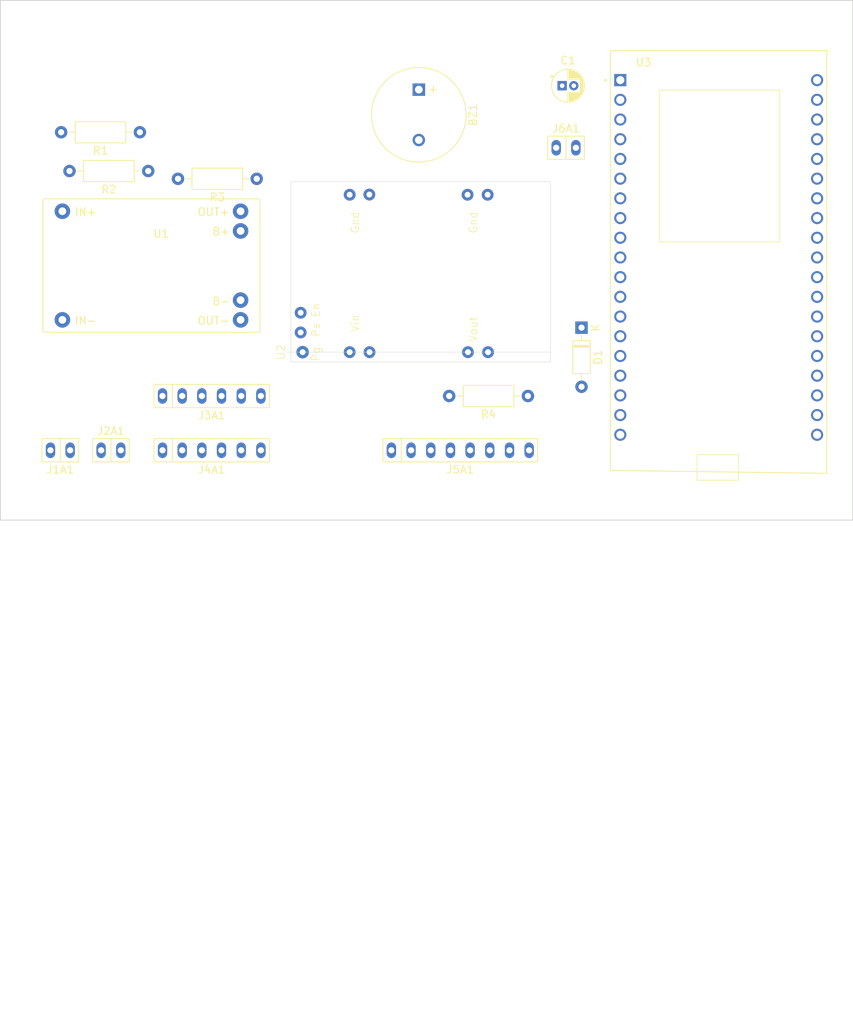
<source format=kicad_pcb>
(kicad_pcb (version 20221018) (generator pcbnew)
  (layers (0 "F.Cu" signal) (31 "B.Cu" signal) (34 "B.Paste" user) (35 "F.Paste" user) (36 "B.SilkS" user "B.Silkscreen") (37 "F.SilkS" user "F.Silkscreen") (38 "B.Mask" user) (39 "F.Mask" user) (44 "Edge.Cuts" user))
  (net 0 "")
  (net 1 "Net-(D1-K)")
  (net 2 "Net-(D1-A)")
  (net 3 "Net-(J4A1-Pin_5)")
  (net 4 "Net-(J2A1-Pin_2)")
  (net 5 "+3.3V")
  (net 6 "GND")
  (net 7 "Net-(J1A1-Pin_1)")
  (net 8 "/MOSI")
  (net 9 "/MISO")
  (net 10 "/CLK")
  (net 11 "/CS")
  (net 12 "Net-(BZ1--)")
  (net 13 "Net-(J3A1-Pin_5)")
  (net 14 "Net-(J2A1-Pin_1)")
  (net 17 "Net-(J1A1-Pin_2)")
  (net 18 "Net-(U3-SENSOR_VP)")
  (net 19 "Net-(U1-Vout1)")
  (net 20 "Net-(U1-GND2)")
  (net 53 "/SLC")
  (net 54 "/SDA")
  (net 55 "Net-(J6A1-Pin_1)")
  (footprint "MesEmpreintes:SIP-6" (layer "F.Cu") (at 108.27 105)
    (fp_text reference "J4A1" (at 0 2.5) (layer "F.SilkS"))
    (fp_text value "Conn_01x06_Socket" hide)
    (fp_line (start -7.45 -1.5) (end 7.45 -1.5) (stroke (width 0.12)) (layer "F.SilkS"))
    (fp_line (start -7.45 1.5) (end -7.45 -1.5) (stroke (width 0.12)) (layer "F.SilkS"))
    (fp_line (start -5.08 -1.5) (end -5.08 1.5) (stroke (width 0.12)) (layer "F.SilkS"))
    (fp_line (start 7.45 -1.5) (end 7.45 1.5) (stroke (width 0.12)) (layer "F.SilkS"))
    (fp_line (start 7.45 1.5) (end -7.45 1.5) (stroke (width 0.12)) (layer "F.SilkS"))
    (pad "1" thru_hole oval (at -6.35 0) (size 1.2 2) (drill 0.8) (layers "*.Cu" "*.Mask") (net 6 "GND"))
    (pad "2" thru_hole oval (at -3.81 0) (size 1.2 2) (drill 0.8) (layers "*.Cu" "*.Mask") (net 5 "+3.3V"))
    (pad "3" thru_hole oval (at -1.27 0) (size 1.2 2) (drill 0.8) (layers "*.Cu" "*.Mask") (net 53 "/SLC"))
    (pad "4" thru_hole oval (at 1.27 0) (size 1.2 2) (drill 0.8) (layers "*.Cu" "*.Mask") (net 54 "/SDA"))
    (pad "5" thru_hole oval (at 3.81 0) (size 1.2 2) (drill 0.8) (layers "*.Cu" "*.Mask") (net 3 "Net-(J4A1-Pin_5)"))
    (pad "6" thru_hole oval (at 6.35 0) (size 1.2 2) (drill 0.8) (layers "*.Cu" "*.Mask") (net 14 "Net-(J2A1-Pin_1)"))
  )
  (footprint "MesEmpreintes:MODULE_ESP32-DEVKITC-32D" (layer "F.Cu") (at 173.7 76.35)
    (fp_text reference "U3" (at -9.7 -21.35) (layer "F.SilkS") (effects (font (size 1.000386 1.000386))))
    (fp_text value "ESP32-DEVKITC-32D")
    (fp_line (start -13.97 -22.86) (end 13.95 -22.86) (stroke (width 0.127)) (layer "F.SilkS"))
    (fp_line (start -13.97 31.115) (end -13.97 -22.86) (stroke (width 0.127)) (layer "F.SilkS"))
    (fp_line (start 13.95 -22.86) (end 13.95 31.496) (stroke (width 0.127)) (layer "F.SilkS"))
    (fp_line (start 13.95 31.623) (end -13.97 31.242) (stroke (width 0.127)) (layer "F.SilkS"))
    (fp_rect (start -7.62 -17.78) (end 7.874 1.778) (stroke (width 0.1)) (fill none) (layer "F.SilkS"))
    (fp_rect (start -2.794 29.21) (end 2.54 32.512) (stroke (width 0.1)) (fill none) (layer "F.SilkS"))
    (fp_circle (center -14.6 -19.07) (end -14.5 -19.07) (stroke (width 0.2)) (fill none) (layer "F.SilkS"))
    (pad "J2-1" thru_hole rect (at -12.7 -19.07) (size 1.56 1.56) (drill 1.04) (layers "*.Cu" "*.Mask") (net 5 "+3.3V"))
    (pad "J2-2" thru_hole circle (at -12.7 -16.53) (size 1.56 1.56) (drill 1.04) (layers "*.Cu" "*.Mask"))
    (pad "J2-3" thru_hole circle (at -12.7 -13.99) (size 1.56 1.56) (drill 1.04) (layers "*.Cu" "*.Mask") (net 18 "Net-(U3-SENSOR_VP)"))
    (pad "J2-4" thru_hole circle (at -12.7 -11.45) (size 1.56 1.56) (drill 1.04) (layers "*.Cu" "*.Mask"))
    (pad "J2-5" thru_hole circle (at -12.7 -8.91) (size 1.56 1.56) (drill 1.04) (layers "*.Cu" "*.Mask"))
    (pad "J2-6" thru_hole circle (at -12.7 -6.37) (size 1.56 1.56) (drill 1.04) (layers "*.Cu" "*.Mask"))
    (pad "J2-7" thru_hole circle (at -12.7 -3.83) (size 1.56 1.56) (drill 1.04) (layers "*.Cu" "*.Mask") (net 55 "Net-(J6A1-Pin_1)"))
    (pad "J2-8" thru_hole circle (at -12.7 -1.29) (size 1.56 1.56) (drill 1.04) (layers "*.Cu" "*.Mask"))
    (pad "J2-9" thru_hole circle (at -12.7 1.25) (size 1.56 1.56) (drill 1.04) (layers "*.Cu" "*.Mask"))
    (pad "J2-10" thru_hole circle (at -12.7 3.79) (size 1.56 1.56) (drill 1.04) (layers "*.Cu" "*.Mask"))
    (pad "J2-11" thru_hole circle (at -12.7 6.33) (size 1.56 1.56) (drill 1.04) (layers "*.Cu" "*.Mask"))
    (pad "J2-12" thru_hole circle (at -12.7 8.87) (size 1.56 1.56) (drill 1.04) (layers "*.Cu" "*.Mask") (net 1 "Net-(D1-K)"))
    (pad "J2-13" thru_hole circle (at -12.7 11.41) (size 1.56 1.56) (drill 1.04) (layers "*.Cu" "*.Mask") (net 2 "Net-(D1-A)"))
    (pad "J2-14" thru_hole circle (at -12.7 13.95) (size 1.56 1.56) (drill 1.04) (layers "*.Cu" "*.Mask") (net 6 "GND"))
    (pad "J2-15" thru_hole circle (at -12.7 16.49) (size 1.56 1.56) (drill 1.04) (layers "*.Cu" "*.Mask"))
    (pad "J2-16" thru_hole circle (at -12.7 19.03) (size 1.56 1.56) (drill 1.04) (layers "*.Cu" "*.Mask"))
    (pad "J2-17" thru_hole circle (at -12.7 21.57) (size 1.56 1.56) (drill 1.04) (layers "*.Cu" "*.Mask"))
    (pad "J2-18" thru_hole circle (at -12.7 24.11) (size 1.56 1.56) (drill 1.04) (layers "*.Cu" "*.Mask"))
    (pad "J2-19" thru_hole circle (at -12.7 26.65) (size 1.56 1.56) (drill 1.04) (layers "*.Cu" "*.Mask"))
    (pad "J3-1" thru_hole circle (at 12.7 -19.07) (size 1.56 1.56) (drill 1.04) (layers "*.Cu" "*.Mask"))
    (pad "J3-2" thru_hole circle (at 12.7 -16.53) (size 1.56 1.56) (drill 1.04) (layers "*.Cu" "*.Mask") (net 8 "/MOSI"))
    (pad "J3-3" thru_hole circle (at 12.7 -13.99) (size 1.56 1.56) (drill 1.04) (layers "*.Cu" "*.Mask") (net 53 "/SLC"))
    (pad "J3-4" thru_hole circle (at 12.7 -11.45) (size 1.56 1.56) (drill 1.04) (layers "*.Cu" "*.Mask"))
    (pad "J3-5" thru_hole circle (at 12.7 -8.91) (size 1.56 1.56) (drill 1.04) (layers "*.Cu" "*.Mask"))
    (pad "J3-6" thru_hole circle (at 12.7 -6.37) (size 1.56 1.56) (drill 1.04) (layers "*.Cu" "*.Mask") (net 54 "/SDA"))
    (pad "J3-7" thru_hole circle (at 12.7 -3.83) (size 1.56 1.56) (drill 1.04) (layers "*.Cu" "*.Mask"))
    (pad "J3-8" thru_hole circle (at 12.7 -1.29) (size 1.56 1.56) (drill 1.04) (layers "*.Cu" "*.Mask") (net 9 "/MISO"))
    (pad "J3-9" thru_hole circle (at 12.7 1.25) (size 1.56 1.56) (drill 1.04) (layers "*.Cu" "*.Mask") (net 10 "/CLK"))
    (pad "J3-10" thru_hole circle (at 12.7 3.79) (size 1.56 1.56) (drill 1.04) (layers "*.Cu" "*.Mask") (net 11 "/CS"))
    (pad "J3-11" thru_hole circle (at 12.7 6.33) (size 1.56 1.56) (drill 1.04) (layers "*.Cu" "*.Mask"))
    (pad "J3-12" thru_hole circle (at 12.7 8.87) (size 1.56 1.56) (drill 1.04) (layers "*.Cu" "*.Mask"))
    (pad "J3-13" thru_hole circle (at 12.7 11.41) (size 1.56 1.56) (drill 1.04) (layers "*.Cu" "*.Mask"))
    (pad "J3-14" thru_hole circle (at 12.7 13.95) (size 1.56 1.56) (drill 1.04) (layers "*.Cu" "*.Mask"))
    (pad "J3-15" thru_hole circle (at 12.7 16.49) (size 1.56 1.56) (drill 1.04) (layers "*.Cu" "*.Mask"))
    (pad "J3-16" thru_hole circle (at 12.7 19.03) (size 1.56 1.56) (drill 1.04) (layers "*.Cu" "*.Mask"))
    (pad "J3-17" thru_hole circle (at 12.7 21.57) (size 1.56 1.56) (drill 1.04) (layers "*.Cu" "*.Mask"))
    (pad "J3-18" thru_hole circle (at 12.7 24.11) (size 1.56 1.56) (drill 1.04) (layers "*.Cu" "*.Mask"))
    (pad "J3-19" thru_hole circle (at 12.7 26.65) (size 1.56 1.56) (drill 1.04) (layers "*.Cu" "*.Mask"))
  )
  (footprint "Buzzer_Beeper:MagneticBuzzer_ProSignal_ABT-410-RC" (layer "F.Cu") (at 135 58.5 -90)
    (fp_text reference "BZ1" (at 3.25 -7 90) (layer "F.SilkS"))
    (fp_text value "Buzzer")
    (fp_text user "+" (at 0 -1.8 90) (layer "F.SilkS"))
    (fp_circle (center 3.25 0) (end 9.35 0) (stroke (width 0.12)) (fill none) (layer "F.SilkS"))
    (pad "1" thru_hole rect (at 0 0 270) (size 1.6 1.6) (drill 1) (layers "*.Cu" "*.Mask") (net 12 "Net-(BZ1--)"))
    (pad "2" thru_hole circle (at 6.5 0 270) (size 1.6 1.6) (drill 1) (layers "*.Cu" "*.Mask") (net 6 "GND"))
  )
  (footprint "MesEmpreintes:SIP-6" (layer "F.Cu") (at 108.27 98)
    (fp_text reference "J3A1" (at 0 2.5) (layer "F.SilkS"))
    (fp_text value "Conn_01x06_Socket" hide)
    (fp_line (start -7.45 -1.5) (end 7.45 -1.5) (stroke (width 0.12)) (layer "F.SilkS"))
    (fp_line (start -7.45 1.5) (end -7.45 -1.5) (stroke (width 0.12)) (layer "F.SilkS"))
    (fp_line (start -5.08 -1.5) (end -5.08 1.5) (stroke (width 0.12)) (layer "F.SilkS"))
    (fp_line (start 7.45 -1.5) (end 7.45 1.5) (stroke (width 0.12)) (layer "F.SilkS"))
    (fp_line (start 7.45 1.5) (end -7.45 1.5) (stroke (width 0.12)) (layer "F.SilkS"))
    (pad "1" thru_hole oval (at -6.35 0) (size 1.2 2) (drill 0.8) (layers "*.Cu" "*.Mask") (net 6 "GND"))
    (pad "2" thru_hole oval (at -3.81 0) (size 1.2 2) (drill 0.8) (layers "*.Cu" "*.Mask") (net 5 "+3.3V"))
    (pad "3" thru_hole oval (at -1.27 0) (size 1.2 2) (drill 0.8) (layers "*.Cu" "*.Mask") (net 53 "/SLC"))
    (pad "4" thru_hole oval (at 1.27 0) (size 1.2 2) (drill 0.8) (layers "*.Cu" "*.Mask") (net 54 "/SDA"))
    (pad "5" thru_hole oval (at 3.81 0) (size 1.2 2) (drill 0.8) (layers "*.Cu" "*.Mask") (net 13 "Net-(J3A1-Pin_5)"))
    (pad "6" thru_hole oval (at 6.35 0) (size 1.2 2) (drill 0.8) (layers "*.Cu" "*.Mask") (net 14 "Net-(J2A1-Pin_1)"))
  )
  (footprint "MesEmpreintes:SIP-8" (layer "F.Cu") (at 140.35 105)
    (fp_text reference "J5A1" (at 0 2.5) (layer "F.SilkS"))
    (fp_text value "Conn_01x08_Socket" hide)
    (fp_line (start -9.99 -1.5) (end 9.99 -1.5) (stroke (width 0.12)) (layer "F.SilkS"))
    (fp_line (start -9.99 1.5) (end -9.99 -1.5) (stroke (width 0.12)) (layer "F.SilkS"))
    (fp_line (start -7.62 -1.5) (end -7.62 1.5) (stroke (width 0.12)) (layer "F.SilkS"))
    (fp_line (start 9.99 -1.5) (end 9.99 1.5) (stroke (width 0.12)) (layer "F.SilkS"))
    (fp_line (start 9.99 1.5) (end -9.99 1.5) (stroke (width 0.12)) (layer "F.SilkS"))
    (pad "1" thru_hole oval (at -8.89 0) (size 1.2 2) (drill 0.8) (layers "*.Cu" "*.Mask") (net 6 "GND"))
    (pad "2" thru_hole oval (at -6.35 0) (size 1.2 2) (drill 0.8) (layers "*.Cu" "*.Mask") (net 5 "+3.3V"))
    (pad "3" thru_hole oval (at -3.81 0) (size 1.2 2) (drill 0.8) (layers "*.Cu" "*.Mask") (net 8 "/MOSI"))
    (pad "4" thru_hole oval (at -1.27 0) (size 1.2 2) (drill 0.8) (layers "*.Cu" "*.Mask") (net 9 "/MISO"))
    (pad "5" thru_hole oval (at 1.27 0) (size 1.2 2) (drill 0.8) (layers "*.Cu" "*.Mask") (net 10 "/CLK"))
    (pad "6" thru_hole oval (at 3.81 0) (size 1.2 2) (drill 0.8) (layers "*.Cu" "*.Mask") (net 11 "/CS"))
    (pad "7" thru_hole oval (at 6.35 0) (size 1.2 2) (drill 0.8) (layers "*.Cu" "*.Mask"))
    (pad "8" thru_hole oval (at 8.89 0) (size 1.2 2) (drill 0.8) (layers "*.Cu" "*.Mask"))
  )
  (footprint "MesEmpreintes:SIP-2" (layer "F.Cu") (at 95.27 105 180)
    (fp_text reference "J2A1" (at 0 2.5) (layer "F.SilkS"))
    (fp_text value "Conn_01x02_Socket" hide)
    (fp_line (start -2.37 -1.5) (end 2.37 -1.5) (stroke (width 0.12)) (layer "F.SilkS"))
    (fp_line (start -2.37 1.5) (end -2.37 -1.5) (stroke (width 0.12)) (layer "F.SilkS"))
    (fp_line (start 0 -1.5) (end 0 1.5) (stroke (width 0.12)) (layer "F.SilkS"))
    (fp_line (start 2.37 -1.5) (end 2.37 1.5) (stroke (width 0.12)) (layer "F.SilkS"))
    (fp_line (start 2.37 1.5) (end -2.37 1.5) (stroke (width 0.12)) (layer "F.SilkS"))
    (pad "1" thru_hole oval (at -1.27 0 180) (size 1.2 2) (drill 0.8) (layers "*.Cu" "*.Mask") (net 14 "Net-(J2A1-Pin_1)"))
    (pad "2" thru_hole oval (at 1.27 0 180) (size 1.2 2) (drill 0.8) (layers "*.Cu" "*.Mask") (net 4 "Net-(J2A1-Pin_2)"))
  )
  (footprint "Resistor_THT:R_Axial_DIN0207_L6.3mm_D2.5mm_P10.16mm_Horizontal" (layer "F.Cu") (at 149.08 98 180)
    (fp_text reference "R4" (at 5.08 -2.37 180) (layer "F.SilkS"))
    (fp_text value "330k")
    (fp_line (start 1.04 0) (end 1.81 0) (stroke (width 0.12)) (layer "F.SilkS"))
    (fp_line (start 1.81 -1.37) (end 1.81 1.37) (stroke (width 0.12)) (layer "F.SilkS"))
    (fp_line (start 1.81 1.37) (end 8.35 1.37) (stroke (width 0.12)) (layer "F.SilkS"))
    (fp_line (start 8.35 -1.37) (end 1.81 -1.37) (stroke (width 0.12)) (layer "F.SilkS"))
    (fp_line (start 8.35 1.37) (end 8.35 -1.37) (stroke (width 0.12)) (layer "F.SilkS"))
    (fp_line (start 9.12 0) (end 8.35 0) (stroke (width 0.12)) (layer "F.SilkS"))
    (pad "1" thru_hole circle (at 0 0 180) (size 1.6 1.6) (drill 0.8) (layers "*.Cu" "*.Mask") (net 1 "Net-(D1-K)"))
    (pad "2" thru_hole oval (at 10.16 0 180) (size 1.6 1.6) (drill 0.8) (layers "*.Cu" "*.Mask") (net 13 "Net-(J3A1-Pin_5)"))
  )
  (footprint "Diode_THT:D_DO-35_SOD27_P7.62mm_Horizontal" (layer "F.Cu") (at 156 89.19 -90)
    (fp_text reference "D1" (at 3.81 -2.12 90) (layer "F.SilkS"))
    (fp_text value "1N4148")
    (fp_text user "K" (at 0 -1.8 90) (layer "F.SilkS"))
    (fp_line (start 1.04 0) (end 1.69 0) (stroke (width 0.12)) (layer "F.SilkS"))
    (fp_line (start 1.69 -1.12) (end 1.69 1.12) (stroke (width 0.12)) (layer "F.SilkS"))
    (fp_line (start 1.69 1.12) (end 5.93 1.12) (stroke (width 0.12)) (layer "F.SilkS"))
    (fp_line (start 2.29 -1.12) (end 2.29 1.12) (stroke (width 0.12)) (layer "F.SilkS"))
    (fp_line (start 2.41 -1.12) (end 2.41 1.12) (stroke (width 0.12)) (layer "F.SilkS"))
    (fp_line (start 2.53 -1.12) (end 2.53 1.12) (stroke (width 0.12)) (layer "F.SilkS"))
    (fp_line (start 5.93 -1.12) (end 1.69 -1.12) (stroke (width 0.12)) (layer "F.SilkS"))
    (fp_line (start 5.93 1.12) (end 5.93 -1.12) (stroke (width 0.12)) (layer "F.SilkS"))
    (fp_line (start 6.58 0) (end 5.93 0) (stroke (width 0.12)) (layer "F.SilkS"))
    (pad "1" thru_hole rect (at 0 0 270) (size 1.6 1.6) (drill 0.8) (layers "*.Cu" "*.Mask") (net 1 "Net-(D1-K)"))
    (pad "2" thru_hole oval (at 7.62 0 270) (size 1.6 1.6) (drill 0.8) (layers "*.Cu" "*.Mask") (net 2 "Net-(D1-A)"))
  )
  (footprint "Resistor_THT:R_Axial_DIN0207_L6.3mm_D2.5mm_P10.16mm_Horizontal" (layer "F.Cu") (at 114.08 70 180)
    (fp_text reference "R3" (at 5.08 -2.37 180) (layer "F.SilkS"))
    (fp_text value "1M")
    (fp_line (start 1.04 0) (end 1.81 0) (stroke (width 0.12)) (layer "F.SilkS"))
    (fp_line (start 1.81 -1.37) (end 1.81 1.37) (stroke (width 0.12)) (layer "F.SilkS"))
    (fp_line (start 1.81 1.37) (end 8.35 1.37) (stroke (width 0.12)) (layer "F.SilkS"))
    (fp_line (start 8.35 -1.37) (end 1.81 -1.37) (stroke (width 0.12)) (layer "F.SilkS"))
    (fp_line (start 8.35 1.37) (end 8.35 -1.37) (stroke (width 0.12)) (layer "F.SilkS"))
    (fp_line (start 9.12 0) (end 8.35 0) (stroke (width 0.12)) (layer "F.SilkS"))
    (pad "1" thru_hole circle (at 0 0 180) (size 1.6 1.6) (drill 0.8) (layers "*.Cu" "*.Mask") (net 6 "GND"))
    (pad "2" thru_hole oval (at 10.16 0 180) (size 1.6 1.6) (drill 0.8) (layers "*.Cu" "*.Mask") (net 1 "Net-(D1-K)"))
  )
  (footprint "MesEmpreintes:TPS63020DL" (layer "F.Cu") (at 134.991 92.3505 90)
    (fp_text reference "U2" (at 0 -17.78 90 unlocked) (layer "F.SilkS") (effects (font (thickness 0.1))))
    (fp_text value "TPS63020")
    (fp_text user "Vin" (at 2.54 -7.62 90 unlocked) (layer "F.SilkS") (effects (font (thickness 0.1)) (justify left bottom)))
    (fp_text user "En" (at 4.445 -12.7 90 unlocked) (layer "F.SilkS") (effects (font (thickness 0.1)) (justify left bottom)))
    (fp_text user "Pg" (at -1.27 -12.7 90 unlocked) (layer "F.SilkS") (effects (font (thickness 0.1)) (justify left bottom)))
    (fp_text user "Gnd" (at 15.24 7.62 90 unlocked) (layer "F.SilkS") (effects (font (thickness 0.1)) (justify left bottom)))
    (fp_text user "Vout" (at 1.27 7.62 90 unlocked) (layer "F.SilkS") (effects (font (thickness 0.1)) (justify left bottom)))
    (fp_text user "Gnd" (at 15.24 -7.62 90 unlocked) (layer "F.SilkS") (effects (font (thickness 0.1)) (justify left bottom)))
    (fp_text user "Ps" (at 1.905 -12.7 90 unlocked) (layer "F.SilkS") (effects (font (thickness 0.1)) (justify left bottom)))
    (fp_line (start 0 17) (end 0 -17) (stroke (width 0.05)) (layer "Edge.Cuts"))
    (fp_rect (start -1.27 -16.51) (end 21.971 17.018) (stroke (width 0.05)) (fill none) (layer "Edge.Cuts"))
    (pad "1" thru_hole circle (at 0 -8.9154 90) (size 1.524 1.524) (drill 0.762) (layers "*.Cu" "*.Mask") (net 19 "Net-(U1-Vout1)"))
    (pad "2" thru_hole circle (at 0 -6.35 90) (size 1.524 1.524) (drill 0.762) (layers "*.Cu" "*.Mask"))
    (pad "3" thru_hole circle (at 20.2946 -8.9154 90) (size 1.524 1.524) (drill 0.762) (layers "*.Cu" "*.Mask") (net 20 "Net-(U1-GND2)"))
    (pad "4" thru_hole circle (at 20.32 -6.3754 90) (size 1.524 1.524) (drill 0.762) (layers "*.Cu" "*.Mask"))
    (pad "5" thru_hole circle (at 0 6.35 90) (size 1.524 1.524) (drill 0.762) (layers "*.Cu" "*.Mask") (net 5 "+3.3V"))
    (pad "6" thru_hole circle (at 0 8.9408 90) (size 1.524 1.524) (drill 0.762) (layers "*.Cu" "*.Mask"))
    (pad "7" thru_hole circle (at 20.2946 6.2992 90) (size 1.524 1.524) (drill 0.762) (layers "*.Cu" "*.Mask") (net 6 "GND"))
    (pad "8" thru_hole circle (at 20.2946 8.89 90) (size 1.524 1.524) (drill 0.762) (layers "*.Cu" "*.Mask"))
    (pad "9" thru_hole circle (at 5.08 -15.24 90) (size 1.524 1.524) (drill 0.762) (layers "*.Cu" "*.Mask") (net 1 "Net-(D1-K)"))
    (pad "10" thru_hole circle (at 2.54 -15.24 90) (size 1.524 1.524) (drill 0.762) (layers "*.Cu" "*.Mask"))
    (pad "11" thru_hole circle (at 0 -14.986 90) (size 1.606436 1.606436) (drill 0.762) (layers "*.Cu" "*.Mask"))
  )
  (footprint "MesEmpreintes:SIP-2" (layer "F.Cu") (at 154 66 180)
    (fp_text reference "J6A1" (at 0 2.5) (layer "F.SilkS"))
    (fp_text value "Conn_01x02_Socket" hide)
    (fp_line (start -2.37 -1.5) (end 2.37 -1.5) (stroke (width 0.12)) (layer "F.SilkS"))
    (fp_line (start -2.37 1.5) (end -2.37 -1.5) (stroke (width 0.12)) (layer "F.SilkS"))
    (fp_line (start 0 -1.5) (end 0 1.5) (stroke (width 0.12)) (layer "F.SilkS"))
    (fp_line (start 2.37 -1.5) (end 2.37 1.5) (stroke (width 0.12)) (layer "F.SilkS"))
    (fp_line (start 2.37 1.5) (end -2.37 1.5) (stroke (width 0.12)) (layer "F.SilkS"))
    (pad "1" thru_hole oval (at -1.27 0 180) (size 1.2 2) (drill 0.8) (layers "*.Cu" "*.Mask") (net 55 "Net-(J6A1-Pin_1)"))
    (pad "2" thru_hole oval (at 1.27 0 180) (size 1.2 2) (drill 0.8) (layers "*.Cu" "*.Mask") (net 12 "Net-(BZ1--)"))
  )
  (footprint "Resistor_THT:R_Axial_DIN0207_L6.3mm_D2.5mm_P10.16mm_Horizontal" (layer "F.Cu") (at 99 64 180)
    (fp_text reference "R1" (at 5.08 -2.37 180) (layer "F.SilkS"))
    (fp_text value "330K")
    (fp_line (start 1.04 0) (end 1.81 0) (stroke (width 0.12)) (layer "F.SilkS"))
    (fp_line (start 1.81 -1.37) (end 1.81 1.37) (stroke (width 0.12)) (layer "F.SilkS"))
    (fp_line (start 1.81 1.37) (end 8.35 1.37) (stroke (width 0.12)) (layer "F.SilkS"))
    (fp_line (start 8.35 -1.37) (end 1.81 -1.37) (stroke (width 0.12)) (layer "F.SilkS"))
    (fp_line (start 8.35 1.37) (end 8.35 -1.37) (stroke (width 0.12)) (layer "F.SilkS"))
    (fp_line (start 9.12 0) (end 8.35 0) (stroke (width 0.12)) (layer "F.SilkS"))
    (pad "1" thru_hole circle (at 0 0 180) (size 1.6 1.6) (drill 0.8) (layers "*.Cu" "*.Mask") (net 18 "Net-(U3-SENSOR_VP)"))
    (pad "2" thru_hole oval (at 10.16 0 180) (size 1.6 1.6) (drill 0.8) (layers "*.Cu" "*.Mask") (net 4 "Net-(J2A1-Pin_2)"))
  )
  (footprint "Resistor_THT:R_Axial_DIN0207_L6.3mm_D2.5mm_P10.16mm_Horizontal" (layer "F.Cu") (at 100.08 69 180)
    (fp_text reference "R2" (at 5.08 -2.37 180) (layer "F.SilkS"))
    (fp_text value "1M")
    (fp_line (start 1.04 0) (end 1.81 0) (stroke (width 0.12)) (layer "F.SilkS"))
    (fp_line (start 1.81 -1.37) (end 1.81 1.37) (stroke (width 0.12)) (layer "F.SilkS"))
    (fp_line (start 1.81 1.37) (end 8.35 1.37) (stroke (width 0.12)) (layer "F.SilkS"))
    (fp_line (start 8.35 -1.37) (end 1.81 -1.37) (stroke (width 0.12)) (layer "F.SilkS"))
    (fp_line (start 8.35 1.37) (end 8.35 -1.37) (stroke (width 0.12)) (layer "F.SilkS"))
    (fp_line (start 9.12 0) (end 8.35 0) (stroke (width 0.12)) (layer "F.SilkS"))
    (pad "1" thru_hole circle (at 0 0 180) (size 1.6 1.6) (drill 0.8) (layers "*.Cu" "*.Mask") (net 18 "Net-(U3-SENSOR_VP)"))
    (pad "2" thru_hole oval (at 10.16 0 180) (size 1.6 1.6) (drill 0.8) (layers "*.Cu" "*.Mask") (net 3 "Net-(J4A1-Pin_5)"))
  )
  (footprint "MesEmpreintes:SIP-2" (layer "F.Cu") (at 88.73 105)
    (fp_text reference "J1A1" (at 0 2.5) (layer "F.SilkS"))
    (fp_text value "Conn_01x02_Socket" hide)
    (fp_line (start -2.37 -1.5) (end 2.37 -1.5) (stroke (width 0.12)) (layer "F.SilkS"))
    (fp_line (start -2.37 1.5) (end -2.37 -1.5) (stroke (width 0.12)) (layer "F.SilkS"))
    (fp_line (start 0 -1.5) (end 0 1.5) (stroke (width 0.12)) (layer "F.SilkS"))
    (fp_line (start 2.37 -1.5) (end 2.37 1.5) (stroke (width 0.12)) (layer "F.SilkS"))
    (fp_line (start 2.37 1.5) (end -2.37 1.5) (stroke (width 0.12)) (layer "F.SilkS"))
    (pad "1" thru_hole oval (at -1.27 0) (size 1.2 2) (drill 0.8) (layers "*.Cu" "*.Mask") (net 7 "Net-(J1A1-Pin_1)"))
    (pad "2" thru_hole oval (at 1.27 0) (size 1.2 2) (drill 0.8) (layers "*.Cu" "*.Mask") (net 17 "Net-(J1A1-Pin_2)"))
  )
  (footprint "Capacitor_THT:CP_Radial_D4.0mm_P1.50mm" (layer "F.Cu") (at 153.5 58)
    (fp_text reference "C1" (at 0.75 -3.25) (layer "F.SilkS"))
    (fp_text value "10u")
    (fp_line (start -1.519801 -1.195) (end -1.119801 -1.195) (stroke (width 0.12)) (layer "F.SilkS"))
    (fp_line (start -1.319801 -1.395) (end -1.319801 -0.995) (stroke (width 0.12)) (layer "F.SilkS"))
    (fp_line (start 0.75 -2.08) (end 0.75 -0.84) (stroke (width 0.12)) (layer "F.SilkS"))
    (fp_line (start 0.75 0.84) (end 0.75 2.08) (stroke (width 0.12)) (layer "F.SilkS"))
    (fp_line (start 0.79 -2.08) (end 0.79 -0.84) (stroke (width 0.12)) (layer "F.SilkS"))
    (fp_line (start 0.79 0.84) (end 0.79 2.08) (stroke (width 0.12)) (layer "F.SilkS"))
    (fp_line (start 0.83 -2.079) (end 0.83 -0.84) (stroke (width 0.12)) (layer "F.SilkS"))
    (fp_line (start 0.83 0.84) (end 0.83 2.079) (stroke (width 0.12)) (layer "F.SilkS"))
    (fp_line (start 0.87 -2.077) (end 0.87 -0.84) (stroke (width 0.12)) (layer "F.SilkS"))
    (fp_line (start 0.87 0.84) (end 0.87 2.077) (stroke (width 0.12)) (layer "F.SilkS"))
    (fp_line (start 0.91 -2.074) (end 0.91 -0.84) (stroke (width 0.12)) (layer "F.SilkS"))
    (fp_line (start 0.91 0.84) (end 0.91 2.074) (stroke (width 0.12)) (layer "F.SilkS"))
    (fp_line (start 0.95 -2.071) (end 0.95 -0.84) (stroke (width 0.12)) (layer "F.SilkS"))
    (fp_line (start 0.95 0.84) (end 0.95 2.071) (stroke (width 0.12)) (layer "F.SilkS"))
    (fp_line (start 0.99 -2.067) (end 0.99 -0.84) (stroke (width 0.12)) (layer "F.SilkS"))
    (fp_line (start 0.99 0.84) (end 0.99 2.067) (stroke (width 0.12)) (layer "F.SilkS"))
    (fp_line (start 1.03 -2.062) (end 1.03 -0.84) (stroke (width 0.12)) (layer "F.SilkS"))
    (fp_line (start 1.03 0.84) (end 1.03 2.062) (stroke (width 0.12)) (layer "F.SilkS"))
    (fp_line (start 1.07 -2.056) (end 1.07 -0.84) (stroke (width 0.12)) (layer "F.SilkS"))
    (fp_line (start 1.07 0.84) (end 1.07 2.056) (stroke (width 0.12)) (layer "F.SilkS"))
    (fp_line (start 1.11 -2.05) (end 1.11 -0.84) (stroke (width 0.12)) (layer "F.SilkS"))
    (fp_line (start 1.11 0.84) (end 1.11 2.05) (stroke (width 0.12)) (layer "F.SilkS"))
    (fp_line (start 1.15 -2.042) (end 1.15 -0.84) (stroke (width 0.12)) (layer "F.SilkS"))
    (fp_line (start 1.15 0.84) (end 1.15 2.042) (stroke (width 0.12)) (layer "F.SilkS"))
    (fp_line (start 1.19 -2.034) (end 1.19 -0.84) (stroke (width 0.12)) (layer "F.SilkS"))
    (fp_line (start 1.19 0.84) (end 1.19 2.034) (stroke (width 0.12)) (layer "F.SilkS"))
    (fp_line (start 1.23 -2.025) (end 1.23 -0.84) (stroke (width 0.12)) (layer "F.SilkS"))
    (fp_line (start 1.23 0.84) (end 1.23 2.025) (stroke (width 0.12)) (layer "F.SilkS"))
    (fp_line (start 1.27 -2.016) (end 1.27 -0.84) (stroke (width 0.12)) (layer "F.SilkS"))
    (fp_line (start 1.27 0.84) (end 1.27 2.016) (stroke (width 0.12)) (layer "F.SilkS"))
    (fp_line (start 1.31 -2.005) (end 1.31 -0.84) (stroke (width 0.12)) (layer "F.SilkS"))
    (fp_line (start 1.31 0.84) (end 1.31 2.005) (stroke (width 0.12)) (layer "F.SilkS"))
    (fp_line (start 1.35 -1.994) (end 1.35 -0.84) (stroke (width 0.12)) (layer "F.SilkS"))
    (fp_line (start 1.35 0.84) (end 1.35 1.994) (stroke (width 0.12)) (layer "F.SilkS"))
    (fp_line (start 1.39 -1.982) (end 1.39 -0.84) (stroke (width 0.12)) (layer "F.SilkS"))
    (fp_line (start 1.39 0.84) (end 1.39 1.982) (stroke (width 0.12)) (layer "F.SilkS"))
    (fp_line (start 1.43 -1.968) (end 1.43 -0.84) (stroke (width 0.12)) (layer "F.SilkS"))
    (fp_line (start 1.43 0.84) (end 1.43 1.968) (stroke (width 0.12)) (layer "F.SilkS"))
    (fp_line (start 1.471 -1.954) (end 1.471 -0.84) (stroke (width 0.12)) (layer "F.SilkS"))
    (fp_line (start 1.471 0.84) (end 1.471 1.954) (stroke (width 0.12)) (layer "F.SilkS"))
    (fp_line (start 1.511 -1.94) (end 1.511 -0.84) (stroke (width 0.12)) (layer "F.SilkS"))
    (fp_line (start 1.511 0.84) (end 1.511 1.94) (stroke (width 0.12)) (layer "F.SilkS"))
    (fp_line (start 1.551 -1.924) (end 1.551 -0.84) (stroke (width 0.12)) (layer "F.SilkS"))
    (fp_line (start 1.551 0.84) (end 1.551 1.924) (stroke (width 0.12)) (layer "F.SilkS"))
    (fp_line (start 1.591 -1.907) (end 1.591 -0.84) (stroke (width 0.12)) (layer "F.SilkS"))
    (fp_line (start 1.591 0.84) (end 1.591 1.907) (stroke (width 0.12)) (layer "F.SilkS"))
    (fp_line (start 1.631 -1.889) (end 1.631 -0.84) (stroke (width 0.12)) (layer "F.SilkS"))
    (fp_line (start 1.631 0.84) (end 1.631 1.889) (stroke (width 0.12)) (layer "F.SilkS"))
    (fp_line (start 1.671 -1.87) (end 1.671 -0.84) (stroke (width 0.12)) (layer "F.SilkS"))
    (fp_line (start 1.671 0.84) (end 1.671 1.87) (stroke (width 0.12)) (layer "F.SilkS"))
    (fp_line (start 1.711 -1.851) (end 1.711 -0.84) (stroke (width 0.12)) (layer "F.SilkS"))
    (fp_line (start 1.711 0.84) (end 1.711 1.851) (stroke (width 0.12)) (layer "F.SilkS"))
    (fp_line (start 1.751 -1.83) (end 1.751 -0.84) (stroke (width 0.12)) (layer "F.SilkS"))
    (fp_line (start 1.751 0.84) (end 1.751 1.83) (stroke (width 0.12)) (layer "F.SilkS"))
    (fp_line (start 1.791 -1.808) (end 1.791 -0.84) (stroke (width 0.12)) (layer "F.SilkS"))
    (fp_line (start 1.791 0.84) (end 1.791 1.808) (stroke (width 0.12)) (layer "F.SilkS"))
    (fp_line (start 1.831 -1.785) (end 1.831 -0.84) (stroke (width 0.12)) (layer "F.SilkS"))
    (fp_line (start 1.831 0.84) (end 1.831 1.785) (stroke (width 0.12)) (layer "F.SilkS"))
    (fp_line (start 1.871 -1.76) (end 1.871 -0.84) (stroke (width 0.12)) (layer "F.SilkS"))
    (fp_line (start 1.871 0.84) (end 1.871 1.76) (stroke (width 0.12)) (layer "F.SilkS"))
    (fp_line (start 1.911 -1.735) (end 1.911 -0.84) (stroke (width 0.12)) (layer "F.SilkS"))
    (fp_line (start 1.911 0.84) (end 1.911 1.735) (stroke (width 0.12)) (layer "F.SilkS"))
    (fp_line (start 1.951 -1.708) (end 1.951 -0.84) (stroke (width 0.12)) (layer "F.SilkS"))
    (fp_line (start 1.951 0.84) (end 1.951 1.708) (stroke (width 0.12)) (layer "F.SilkS"))
    (fp_line (start 1.991 -1.68) (end 1.991 -0.84) (stroke (width 0.12)) (layer "F.SilkS"))
    (fp_line (start 1.991 0.84) (end 1.991 1.68) (stroke (width 0.12)) (layer "F.SilkS"))
    (fp_line (start 2.031 -1.65) (end 2.031 -0.84) (stroke (width 0.12)) (layer "F.SilkS"))
    (fp_line (start 2.031 0.84) (end 2.031 1.65) (stroke (width 0.12)) (layer "F.SilkS"))
    (fp_line (start 2.071 -1.619) (end 2.071 -0.84) (stroke (width 0.12)) (layer "F.SilkS"))
    (fp_line (start 2.071 0.84) (end 2.071 1.619) (stroke (width 0.12)) (layer "F.SilkS"))
    (fp_line (start 2.111 -1.587) (end 2.111 -0.84) (stroke (width 0.12)) (layer "F.SilkS"))
    (fp_line (start 2.111 0.84) (end 2.111 1.587) (stroke (width 0.12)) (layer "F.SilkS"))
    (fp_line (start 2.151 -1.552) (end 2.151 -0.84) (stroke (width 0.12)) (layer "F.SilkS"))
    (fp_line (start 2.151 0.84) (end 2.151 1.552) (stroke (width 0.12)) (layer "F.SilkS"))
    (fp_line (start 2.191 -1.516) (end 2.191 -0.84) (stroke (width 0.12)) (layer "F.SilkS"))
    (fp_line (start 2.191 0.84) (end 2.191 1.516) (stroke (width 0.12)) (layer "F.SilkS"))
    (fp_line (start 2.231 -1.478) (end 2.231 -0.84) (stroke (width 0.12)) (layer "F.SilkS"))
    (fp_line (start 2.231 0.84) (end 2.231 1.478) (stroke (width 0.12)) (layer "F.SilkS"))
    (fp_line (start 2.271 -1.438) (end 2.271 -0.84) (stroke (width 0.12)) (layer "F.SilkS"))
    (fp_line (start 2.271 0.84) (end 2.271 1.438) (stroke (width 0.12)) (layer "F.SilkS"))
    (fp_line (start 2.311 -1.396) (end 2.311 -0.84) (stroke (width 0.12)) (layer "F.SilkS"))
    (fp_line (start 2.311 0.84) (end 2.311 1.396) (stroke (width 0.12)) (layer "F.SilkS"))
    (fp_line (start 2.351 -1.351) (end 2.351 1.351) (stroke (width 0.12)) (layer "F.SilkS"))
    (fp_line (start 2.391 -1.304) (end 2.391 1.304) (stroke (width 0.12)) (layer "F.SilkS"))
    (fp_line (start 2.431 -1.254) (end 2.431 1.254) (stroke (width 0.12)) (layer "F.SilkS"))
    (fp_line (start 2.471 -1.2) (end 2.471 1.2) (stroke (width 0.12)) (layer "F.SilkS"))
    (fp_line (start 2.511 -1.142) (end 2.511 1.142) (stroke (width 0.12)) (layer "F.SilkS"))
    (fp_line (start 2.551 -1.08) (end 2.551 1.08) (stroke (width 0.12)) (layer "F.SilkS"))
    (fp_line (start 2.591 -1.013) (end 2.591 1.013) (stroke (width 0.12)) (layer "F.SilkS"))
    (fp_line (start 2.631 -0.94) (end 2.631 0.94) (stroke (width 0.12)) (layer "F.SilkS"))
    (fp_line (start 2.671 -0.859) (end 2.671 0.859) (stroke (width 0.12)) (layer "F.SilkS"))
    (fp_line (start 2.711 -0.768) (end 2.711 0.768) (stroke (width 0.12)) (layer "F.SilkS"))
    (fp_line (start 2.751 -0.664) (end 2.751 0.664) (stroke (width 0.12)) (layer "F.SilkS"))
    (fp_line (start 2.791 -0.537) (end 2.791 0.537) (stroke (width 0.12)) (layer "F.SilkS"))
    (fp_line (start 2.831 -0.37) (end 2.831 0.37) (stroke (width 0.12)) (layer "F.SilkS"))
    (fp_circle (center 0.75 0) (end 2.87 0) (stroke (width 0.12)) (fill none) (layer "F.SilkS"))
    (pad "1" thru_hole rect (at 0 0) (size 1.2 1.2) (drill 0.6) (layers "*.Cu" "*.Mask") (net 5 "+3.3V"))
    (pad "2" thru_hole circle (at 1.5 0) (size 1.2 1.2) (drill 0.6) (layers "*.Cu" "*.Mask") (net 6 "GND"))
  )
  (footprint "MesEmpreintes:TP4056-Module" (layer "F.Cu") (at 86.5 89.785)
    (fp_text reference "U1" (at 15.24 -12.7 unlocked) (layer "F.SilkS"))
    (fp_text value "TP4056")
    (fp_text user "B+" (at 23 -13 unlocked) (layer "F.SilkS"))
    (fp_text user "OUT+" (at 22 -15.5 unlocked) (layer "F.SilkS"))
    (fp_text user "B-" (at 23 -4 unlocked) (layer "F.SilkS"))
    (fp_text user "IN-" (at 5.5 -1.5 unlocked) (layer "F.SilkS"))
    (fp_text user "IN+" (at 5.5 -15.5 unlocked) (layer "F.SilkS"))
    (fp_text user "OUT-" (at 22 -1.5 unlocked) (layer "F.SilkS"))
    (fp_line (start 0 -17.2) (end 0 0) (stroke (width 0.12)) (layer "F.SilkS"))
    (fp_line (start 0 -17.2) (end 28 -17.2) (stroke (width 0.12)) (layer "F.SilkS"))
    (fp_line (start 0 0) (end 28 0) (stroke (width 0.12)) (layer "F.SilkS"))
    (fp_line (start 28 -17.2) (end 28 0) (stroke (width 0.12)) (layer "F.SilkS"))
    (pad "1" thru_hole circle (at 2.5 -15.6) (size 2 2) (drill 1) (layers "*.Cu" "*.Mask") (net 17 "Net-(J1A1-Pin_2)"))
    (pad "2" thru_hole circle (at 2.5 -1.6) (size 2 2) (drill 1) (layers "*.Cu" "*.Mask") (net 7 "Net-(J1A1-Pin_1)"))
    (pad "3" thru_hole circle (at 25.5 -15.6) (size 2 2) (drill 1) (layers "*.Cu" "*.Mask") (net 19 "Net-(U1-Vout1)"))
    (pad "4" thru_hole circle (at 25.5 -13.06) (size 2 2) (drill 1) (layers "*.Cu" "*.Mask") (net 3 "Net-(J4A1-Pin_5)"))
    (pad "5" thru_hole circle (at 25.5 -4.14) (size 2 2) (drill 1) (layers "*.Cu" "*.Mask") (net 4 "Net-(J2A1-Pin_2)"))
    (pad "6" thru_hole circle (at 25.5 -1.6) (size 2 2) (drill 1) (layers "*.Cu" "*.Mask") (net 20 "Net-(U1-GND2)"))
  )
  (gr_rect (start 81 47) (end 191 114) (stroke (width 0.1)) (fill none) (layer "Edge.Cuts"))
)
</source>
